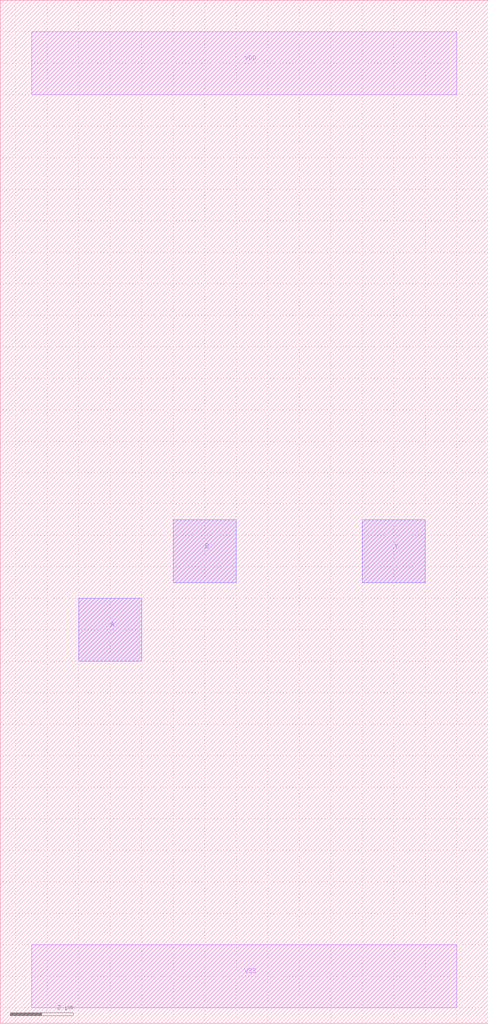
<source format=lef>
# C:/Users/akita/Documents/an21.lef
# Created by Glade release version 4.7.35 compiled on May 19 2020 19:14:35
# Run by akita on host LAPTOP-E0CJ65QR at Wed Jun  3 17:31:08 2020

VERSION 5.6 ;
NAMESCASESENSITIVE ON ;
BUSBITCHARS "[]" ;
DIVIDERCHAR "/"  ;
UNITS
    DATABASE MICRONS 1000 ;
END UNITS

MACRO an21
    CLASS core ;
    FOREIGN an21 -1.500 -1.500 ;
    ORIGIN 1.500 1.500 ;
    SIZE 15.500 BY 32.500 ;
    PIN Y
        DIRECTION INPUT ;
        USE SIGNAL ;
        PORT
        LAYER ML2 ;
        RECT 10.000 12.500 12.000 14.500 ;
        LAYER ML1 ;
        RECT 10.000 12.500 12.000 14.500 ;
        END
    END Y
    PIN VDD
        DIRECTION INOUT ;
        USE POWER ;
        PORT
        LAYER ML1 ;
        RECT -0.500 28.000 13.000 30.000 ;
        END
    END VDD
    PIN B
        DIRECTION INPUT ;
        USE SIGNAL ;
        PORT
        LAYER ML2 ;
        RECT 4.000 12.500 6.000 14.500 ;
        LAYER ML1 ;
        RECT 4.000 12.500 6.000 14.500 ;
        END
    END B
    PIN A
        DIRECTION INPUT ;
        USE SIGNAL ;
        PORT
        LAYER ML2 ;
        RECT 1.000 10.000 3.000 12.000 ;
        LAYER ML1 ;
        RECT 1.000 10.000 3.000 12.000 ;
        END
    END A
    PIN VSS
        DIRECTION INOUT ;
        USE GROUND ;
        PORT
        LAYER ML1 ;
        RECT -0.500 -1.000 13.000 1.000 ;
        END
    END VSS
    OBS
    END
END an21

END LIBRARY

</source>
